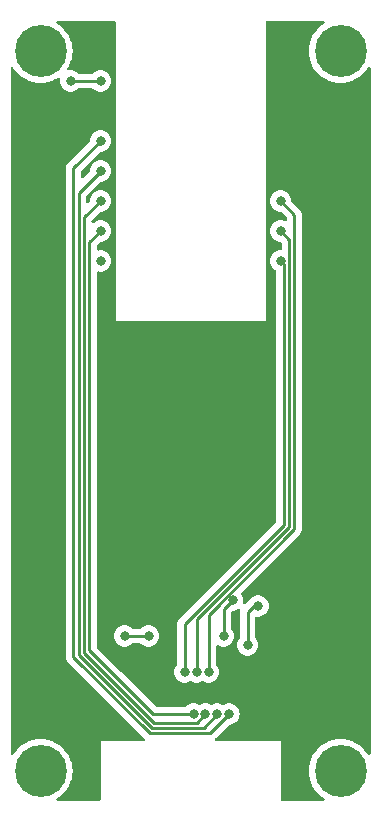
<source format=gbr>
%TF.GenerationSoftware,KiCad,Pcbnew,7.0.7*%
%TF.CreationDate,2023-08-23T10:39:31+10:00*%
%TF.ProjectId,esp32,65737033-322e-46b6-9963-61645f706362,rev?*%
%TF.SameCoordinates,Original*%
%TF.FileFunction,Copper,L2,Bot*%
%TF.FilePolarity,Positive*%
%FSLAX46Y46*%
G04 Gerber Fmt 4.6, Leading zero omitted, Abs format (unit mm)*
G04 Created by KiCad (PCBNEW 7.0.7) date 2023-08-23 10:39:31*
%MOMM*%
%LPD*%
G01*
G04 APERTURE LIST*
%TA.AperFunction,ComponentPad*%
%ADD10C,4.400000*%
%TD*%
%TA.AperFunction,ViaPad*%
%ADD11C,0.800000*%
%TD*%
%TA.AperFunction,Conductor*%
%ADD12C,0.250000*%
%TD*%
G04 APERTURE END LIST*
D10*
%TO.P,REF\u002A\u002A,1*%
%TO.N,N/C*%
X63500000Y-99060000D03*
%TD*%
%TO.P,REF\u002A\u002A,1*%
%TO.N,N/C*%
X63500000Y-38100000D03*
%TD*%
%TO.P,REF\u002A\u002A,1*%
%TO.N,N/C*%
X38100000Y-38100000D03*
%TD*%
%TO.P,REF\u002A\u002A,1*%
%TO.N,N/C*%
X38100000Y-99060000D03*
%TD*%
D11*
%TO.N,GND*%
X40640000Y-40640000D03*
X43180000Y-40640000D03*
X54356000Y-84582000D03*
X47244000Y-87630000D03*
X53594000Y-87630000D03*
X45212000Y-87630000D03*
%TO.N,+3.3V*%
X52324000Y-83058000D03*
X49276000Y-91694000D03*
X43180000Y-43180000D03*
%TO.N,21*%
X50292000Y-90678000D03*
X58420000Y-55880000D03*
%TO.N,20*%
X51308000Y-90678000D03*
X58420000Y-53340000D03*
%TO.N,10*%
X58420000Y-50800000D03*
X52324000Y-90678000D03*
%TO.N,0*%
X43180000Y-55880000D03*
%TO.N,1*%
X43180000Y-53340000D03*
X51054000Y-94234000D03*
%TO.N,2*%
X43180000Y-50800000D03*
X52053503Y-94234000D03*
%TO.N,3*%
X43180000Y-48260000D03*
X53053006Y-94234000D03*
%TO.N,4*%
X43180000Y-45720000D03*
X54052509Y-94234000D03*
%TO.N,Net-(J1-Pin_3)*%
X56516000Y-85090000D03*
X55626000Y-88392000D03*
%TD*%
D12*
%TO.N,GND*%
X43180000Y-40640000D02*
X40640000Y-40640000D01*
X53594000Y-85344000D02*
X53594000Y-87630000D01*
X54356000Y-84582000D02*
X53594000Y-85344000D01*
X47244000Y-87630000D02*
X45212000Y-87630000D01*
%TO.N,21*%
X58695000Y-56155000D02*
X58420000Y-55880000D01*
X50292000Y-86614000D02*
X58695000Y-78211000D01*
X50292000Y-90678000D02*
X50292000Y-86614000D01*
X58695000Y-78211000D02*
X58695000Y-56155000D01*
%TO.N,20*%
X59145000Y-54065000D02*
X58420000Y-53340000D01*
X59145000Y-78397396D02*
X59145000Y-54065000D01*
X51308000Y-90678000D02*
X51308000Y-86234396D01*
X51308000Y-86234396D02*
X59145000Y-78397396D01*
%TO.N,10*%
X52324000Y-85854792D02*
X59595000Y-78583792D01*
X52324000Y-90678000D02*
X52324000Y-85854792D01*
X59595000Y-78583792D02*
X59595000Y-51975000D01*
X59595000Y-51975000D02*
X58420000Y-50800000D01*
%TO.N,1*%
X51054000Y-94234000D02*
X47615695Y-94234000D01*
X47615695Y-94234000D02*
X42233000Y-88851305D01*
X42233000Y-54287000D02*
X43180000Y-53340000D01*
X42233000Y-88851305D02*
X42233000Y-54287000D01*
%TO.N,2*%
X52053503Y-94234000D02*
X52053503Y-94259802D01*
X51354305Y-94959000D02*
X47704299Y-94959000D01*
X41783000Y-52197000D02*
X43180000Y-50800000D01*
X52053503Y-94259802D02*
X51354305Y-94959000D01*
X41783000Y-89037701D02*
X41783000Y-52197000D01*
X47704299Y-94959000D02*
X41783000Y-89037701D01*
%TO.N,3*%
X41333000Y-89224097D02*
X41333000Y-50107000D01*
X41333000Y-50107000D02*
X43180000Y-48260000D01*
X53053006Y-94259802D02*
X51903808Y-95409000D01*
X47517903Y-95409000D02*
X41333000Y-89224097D01*
X51903808Y-95409000D02*
X47517903Y-95409000D01*
X53053006Y-94234000D02*
X53053006Y-94259802D01*
%TO.N,4*%
X54052509Y-94234000D02*
X54052509Y-94259802D01*
X47331507Y-95859000D02*
X40883000Y-89410493D01*
X54052509Y-94259802D02*
X52453311Y-95859000D01*
X40883000Y-89410493D02*
X40883000Y-48017000D01*
X40883000Y-48017000D02*
X43180000Y-45720000D01*
X52453311Y-95859000D02*
X47331507Y-95859000D01*
%TO.N,Net-(J1-Pin_3)*%
X56134000Y-85090000D02*
X56516000Y-85090000D01*
X55626000Y-85598000D02*
X55626000Y-88392000D01*
X55626000Y-85598000D02*
X56134000Y-85090000D01*
%TD*%
%TA.AperFunction,Conductor*%
%TO.N,+3.3V*%
G36*
X44392539Y-35580185D02*
G01*
X44438294Y-35632989D01*
X44449500Y-35684500D01*
X44449500Y-60935467D01*
X44449416Y-60935889D01*
X44449459Y-60960001D01*
X44449500Y-60960099D01*
X44449616Y-60960382D01*
X44449618Y-60960384D01*
X44449808Y-60960462D01*
X44450000Y-60960541D01*
X44450002Y-60960539D01*
X44474616Y-60960524D01*
X44474616Y-60960528D01*
X44474760Y-60960500D01*
X57125240Y-60960500D01*
X57125383Y-60960528D01*
X57125384Y-60960524D01*
X57149997Y-60960539D01*
X57150000Y-60960541D01*
X57150383Y-60960383D01*
X57150500Y-60960099D01*
X57150499Y-60960099D01*
X57150541Y-60960000D01*
X57150540Y-60959998D01*
X57156892Y-60945028D01*
X57150521Y-60924747D01*
X57150499Y-60922417D01*
X57150500Y-35684500D01*
X57170185Y-35617461D01*
X57222989Y-35571706D01*
X57274500Y-35560500D01*
X62036043Y-35560500D01*
X62103082Y-35580185D01*
X62148837Y-35632989D01*
X62158781Y-35702147D01*
X62129756Y-35765703D01*
X62100195Y-35790615D01*
X62037759Y-35828359D01*
X61963131Y-35873473D01*
X61705960Y-36074954D01*
X61474954Y-36305960D01*
X61273473Y-36563131D01*
X61104454Y-36842723D01*
X61104453Y-36842725D01*
X60970372Y-37140642D01*
X60970366Y-37140657D01*
X60873178Y-37452547D01*
X60814289Y-37773900D01*
X60794564Y-38100000D01*
X60814289Y-38426099D01*
X60873178Y-38747452D01*
X60970366Y-39059342D01*
X60970370Y-39059354D01*
X60970373Y-39059361D01*
X61104455Y-39357279D01*
X61206311Y-39525768D01*
X61273473Y-39636868D01*
X61474954Y-39894039D01*
X61705960Y-40125045D01*
X61963131Y-40326526D01*
X61963134Y-40326528D01*
X61963137Y-40326530D01*
X62242721Y-40495545D01*
X62540639Y-40629627D01*
X62540652Y-40629631D01*
X62540657Y-40629633D01*
X62852546Y-40726821D01*
X62852547Y-40726821D01*
X63173896Y-40785710D01*
X63500000Y-40805436D01*
X63826104Y-40785710D01*
X64147453Y-40726821D01*
X64459361Y-40629627D01*
X64757279Y-40495545D01*
X65036863Y-40326530D01*
X65294036Y-40125048D01*
X65525048Y-39894036D01*
X65726530Y-39636863D01*
X65809384Y-39499805D01*
X65860911Y-39452620D01*
X65929770Y-39440781D01*
X65994099Y-39468050D01*
X66033473Y-39525768D01*
X66039500Y-39563957D01*
X66039500Y-97596042D01*
X66019815Y-97663081D01*
X65967011Y-97708836D01*
X65897853Y-97718780D01*
X65834297Y-97689755D01*
X65809383Y-97660192D01*
X65793688Y-97634230D01*
X65726530Y-97523137D01*
X65525048Y-97265964D01*
X65525045Y-97265960D01*
X65294039Y-97034954D01*
X65036868Y-96833473D01*
X65029306Y-96828901D01*
X64757279Y-96664455D01*
X64459361Y-96530373D01*
X64459354Y-96530370D01*
X64459342Y-96530366D01*
X64147452Y-96433178D01*
X63826099Y-96374289D01*
X63500000Y-96354564D01*
X63173900Y-96374289D01*
X62852547Y-96433178D01*
X62540657Y-96530366D01*
X62540641Y-96530372D01*
X62540639Y-96530373D01*
X62508675Y-96544759D01*
X62242725Y-96664453D01*
X62242723Y-96664454D01*
X61963131Y-96833473D01*
X61705960Y-97034954D01*
X61474954Y-97265960D01*
X61273473Y-97523131D01*
X61104454Y-97802723D01*
X61104453Y-97802725D01*
X60970372Y-98100642D01*
X60970366Y-98100657D01*
X60873178Y-98412547D01*
X60814289Y-98733900D01*
X60794564Y-99060000D01*
X60814289Y-99386099D01*
X60873178Y-99707452D01*
X60970366Y-100019342D01*
X60970370Y-100019354D01*
X60970373Y-100019361D01*
X61104455Y-100317279D01*
X61268901Y-100589306D01*
X61273473Y-100596868D01*
X61474954Y-100854039D01*
X61705960Y-101085045D01*
X61963131Y-101286526D01*
X61963134Y-101286528D01*
X61963137Y-101286530D01*
X62100194Y-101369384D01*
X62147380Y-101420911D01*
X62159219Y-101489770D01*
X62131950Y-101554099D01*
X62074232Y-101593473D01*
X62036043Y-101599500D01*
X58544500Y-101599500D01*
X58477461Y-101579815D01*
X58431706Y-101527011D01*
X58420500Y-101475500D01*
X58420500Y-96544759D01*
X58420528Y-96544616D01*
X58420524Y-96544616D01*
X58420539Y-96520002D01*
X58420541Y-96520000D01*
X58420462Y-96519808D01*
X58420384Y-96519618D01*
X58420382Y-96519616D01*
X58420099Y-96519500D01*
X58420000Y-96519459D01*
X58395446Y-96519459D01*
X58395240Y-96519500D01*
X52982208Y-96519500D01*
X52915169Y-96499815D01*
X52869414Y-96447011D01*
X52859470Y-96377853D01*
X52886661Y-96316464D01*
X52899050Y-96301486D01*
X52914611Y-96282675D01*
X52918512Y-96278387D01*
X54026081Y-95170819D01*
X54087405Y-95137334D01*
X54113763Y-95134500D01*
X54147153Y-95134500D01*
X54147155Y-95134500D01*
X54332312Y-95095144D01*
X54505239Y-95018151D01*
X54658380Y-94906888D01*
X54785042Y-94766216D01*
X54879688Y-94602284D01*
X54938183Y-94422256D01*
X54957969Y-94234000D01*
X54938183Y-94045744D01*
X54879688Y-93865716D01*
X54785042Y-93701784D01*
X54658380Y-93561112D01*
X54658379Y-93561111D01*
X54505243Y-93449851D01*
X54505238Y-93449848D01*
X54332316Y-93372857D01*
X54332311Y-93372855D01*
X54186510Y-93341865D01*
X54147155Y-93333500D01*
X53957863Y-93333500D01*
X53925406Y-93340398D01*
X53772706Y-93372855D01*
X53772701Y-93372857D01*
X53603193Y-93448328D01*
X53533943Y-93457613D01*
X53502321Y-93448328D01*
X53332813Y-93372857D01*
X53332808Y-93372855D01*
X53187007Y-93341865D01*
X53147652Y-93333500D01*
X52958360Y-93333500D01*
X52925903Y-93340398D01*
X52773203Y-93372855D01*
X52773198Y-93372857D01*
X52603690Y-93448328D01*
X52534440Y-93457613D01*
X52502818Y-93448328D01*
X52333310Y-93372857D01*
X52333305Y-93372855D01*
X52187504Y-93341865D01*
X52148149Y-93333500D01*
X51958857Y-93333500D01*
X51926400Y-93340398D01*
X51773700Y-93372855D01*
X51773695Y-93372857D01*
X51604187Y-93448328D01*
X51534937Y-93457613D01*
X51503315Y-93448328D01*
X51333807Y-93372857D01*
X51333802Y-93372855D01*
X51188000Y-93341865D01*
X51148646Y-93333500D01*
X50959354Y-93333500D01*
X50926897Y-93340398D01*
X50774197Y-93372855D01*
X50774192Y-93372857D01*
X50601270Y-93449848D01*
X50601265Y-93449851D01*
X50448130Y-93561110D01*
X50448126Y-93561114D01*
X50442400Y-93567474D01*
X50382913Y-93604121D01*
X50350252Y-93608500D01*
X47926148Y-93608500D01*
X47859109Y-93588815D01*
X47838467Y-93572181D01*
X44944287Y-90678000D01*
X49386540Y-90678000D01*
X49406326Y-90866256D01*
X49406327Y-90866259D01*
X49464818Y-91046277D01*
X49464821Y-91046284D01*
X49559467Y-91210216D01*
X49686128Y-91350888D01*
X49686129Y-91350888D01*
X49839265Y-91462148D01*
X49839270Y-91462151D01*
X50012192Y-91539142D01*
X50012197Y-91539144D01*
X50197354Y-91578500D01*
X50197355Y-91578500D01*
X50386644Y-91578500D01*
X50386646Y-91578500D01*
X50571803Y-91539144D01*
X50744730Y-91462151D01*
X50744734Y-91462148D01*
X50749563Y-91459998D01*
X50818813Y-91450712D01*
X50850437Y-91459998D01*
X50855265Y-91462148D01*
X50855270Y-91462151D01*
X51028197Y-91539144D01*
X51213354Y-91578500D01*
X51213355Y-91578500D01*
X51402644Y-91578500D01*
X51402646Y-91578500D01*
X51587803Y-91539144D01*
X51760730Y-91462151D01*
X51760734Y-91462148D01*
X51765563Y-91459998D01*
X51834813Y-91450712D01*
X51866437Y-91459998D01*
X51871265Y-91462148D01*
X51871270Y-91462151D01*
X52044197Y-91539144D01*
X52229354Y-91578500D01*
X52229355Y-91578500D01*
X52418644Y-91578500D01*
X52418646Y-91578500D01*
X52603803Y-91539144D01*
X52776730Y-91462151D01*
X52929871Y-91350888D01*
X53056533Y-91210216D01*
X53151179Y-91046284D01*
X53209674Y-90866256D01*
X53229460Y-90678000D01*
X53209674Y-90489744D01*
X53151179Y-90309716D01*
X53056533Y-90145784D01*
X52981350Y-90062284D01*
X52951120Y-89999292D01*
X52949500Y-89979312D01*
X52949500Y-88518185D01*
X52969185Y-88451146D01*
X53021989Y-88405391D01*
X53091147Y-88395447D01*
X53134373Y-88413087D01*
X53135637Y-88410899D01*
X53141270Y-88414151D01*
X53314192Y-88491142D01*
X53314197Y-88491144D01*
X53499354Y-88530500D01*
X53499355Y-88530500D01*
X53688644Y-88530500D01*
X53688646Y-88530500D01*
X53873803Y-88491144D01*
X54046730Y-88414151D01*
X54199871Y-88302888D01*
X54326533Y-88162216D01*
X54421179Y-87998284D01*
X54479674Y-87818256D01*
X54499460Y-87630000D01*
X54479674Y-87441744D01*
X54421179Y-87261716D01*
X54326533Y-87097784D01*
X54251350Y-87014284D01*
X54221120Y-86951292D01*
X54219500Y-86931312D01*
X54219500Y-85654452D01*
X54239185Y-85587413D01*
X54255819Y-85566771D01*
X54303771Y-85518819D01*
X54365094Y-85485334D01*
X54391452Y-85482500D01*
X54450644Y-85482500D01*
X54450646Y-85482500D01*
X54635803Y-85443144D01*
X54808730Y-85366151D01*
X54814065Y-85362274D01*
X54879869Y-85338791D01*
X54947924Y-85354611D01*
X54996622Y-85404714D01*
X55010502Y-85473191D01*
X55007061Y-85493422D01*
X55000501Y-85518974D01*
X55000500Y-85518982D01*
X55000500Y-85539016D01*
X54998973Y-85558415D01*
X54995840Y-85578194D01*
X54995840Y-85578195D01*
X55000225Y-85624583D01*
X55000500Y-85630421D01*
X55000500Y-87693312D01*
X54980815Y-87760351D01*
X54968650Y-87776284D01*
X54893466Y-87859784D01*
X54798821Y-88023715D01*
X54798818Y-88023722D01*
X54753820Y-88162214D01*
X54740326Y-88203744D01*
X54720540Y-88392000D01*
X54740326Y-88580256D01*
X54740327Y-88580259D01*
X54798818Y-88760277D01*
X54798821Y-88760284D01*
X54893467Y-88924216D01*
X55020128Y-89064887D01*
X55020129Y-89064888D01*
X55173265Y-89176148D01*
X55173270Y-89176151D01*
X55346192Y-89253142D01*
X55346197Y-89253144D01*
X55531354Y-89292500D01*
X55531355Y-89292500D01*
X55720644Y-89292500D01*
X55720646Y-89292500D01*
X55905803Y-89253144D01*
X56078730Y-89176151D01*
X56231871Y-89064888D01*
X56358533Y-88924216D01*
X56453179Y-88760284D01*
X56511674Y-88580256D01*
X56531460Y-88392000D01*
X56511674Y-88203744D01*
X56453179Y-88023716D01*
X56358533Y-87859784D01*
X56321141Y-87818256D01*
X56283350Y-87776284D01*
X56253120Y-87713292D01*
X56251500Y-87693312D01*
X56251500Y-86107523D01*
X56271185Y-86040484D01*
X56323989Y-85994729D01*
X56393147Y-85984785D01*
X56401261Y-85986229D01*
X56421354Y-85990500D01*
X56421356Y-85990500D01*
X56610644Y-85990500D01*
X56610646Y-85990500D01*
X56795803Y-85951144D01*
X56968730Y-85874151D01*
X57121871Y-85762888D01*
X57248533Y-85622216D01*
X57343179Y-85458284D01*
X57401674Y-85278256D01*
X57421460Y-85090000D01*
X57401674Y-84901744D01*
X57343179Y-84721716D01*
X57248533Y-84557784D01*
X57121871Y-84417112D01*
X57089708Y-84393744D01*
X56968734Y-84305851D01*
X56968729Y-84305848D01*
X56795807Y-84228857D01*
X56795802Y-84228855D01*
X56650000Y-84197865D01*
X56610646Y-84189500D01*
X56421354Y-84189500D01*
X56388897Y-84196398D01*
X56236197Y-84228855D01*
X56236192Y-84228857D01*
X56063270Y-84305848D01*
X56063265Y-84305851D01*
X55910129Y-84417111D01*
X55783459Y-84557792D01*
X55782212Y-84559509D01*
X55780561Y-84561010D01*
X55779120Y-84562612D01*
X55778960Y-84562468D01*
X55752996Y-84586094D01*
X55753739Y-84587052D01*
X55747581Y-84591827D01*
X55733408Y-84606000D01*
X55718623Y-84618628D01*
X55702412Y-84630407D01*
X55672709Y-84666310D01*
X55668777Y-84670631D01*
X55449275Y-84890132D01*
X55387952Y-84923617D01*
X55318260Y-84918633D01*
X55262327Y-84876761D01*
X55237910Y-84811297D01*
X55242222Y-84777020D01*
X55240322Y-84776617D01*
X55241672Y-84770261D01*
X55241674Y-84770256D01*
X55261460Y-84582000D01*
X55241674Y-84393744D01*
X55183179Y-84213716D01*
X55108678Y-84084676D01*
X55092206Y-84016776D01*
X55115059Y-83950749D01*
X55128379Y-83935002D01*
X59978788Y-79084593D01*
X59991042Y-79074778D01*
X59990859Y-79074556D01*
X59996866Y-79069584D01*
X59996877Y-79069578D01*
X60027775Y-79036674D01*
X60044227Y-79019156D01*
X60054671Y-79008710D01*
X60065120Y-78998263D01*
X60069379Y-78992770D01*
X60073152Y-78988353D01*
X60105062Y-78954374D01*
X60114715Y-78936812D01*
X60125389Y-78920562D01*
X60137673Y-78904728D01*
X60156180Y-78861959D01*
X60158749Y-78856716D01*
X60181196Y-78815885D01*
X60181197Y-78815884D01*
X60186177Y-78796483D01*
X60192478Y-78778080D01*
X60200438Y-78759688D01*
X60207730Y-78713641D01*
X60208911Y-78707944D01*
X60220500Y-78662811D01*
X60220500Y-78642775D01*
X60222027Y-78623374D01*
X60225160Y-78603595D01*
X60225160Y-78603592D01*
X60224022Y-78591560D01*
X60220772Y-78557186D01*
X60220499Y-78551391D01*
X60220499Y-52057749D01*
X60222224Y-52042128D01*
X60221938Y-52042101D01*
X60222671Y-52034341D01*
X60222673Y-52034333D01*
X60220500Y-51965185D01*
X60220500Y-51935650D01*
X60219631Y-51928772D01*
X60219172Y-51922943D01*
X60217709Y-51876372D01*
X60212122Y-51857144D01*
X60208174Y-51838084D01*
X60205663Y-51818204D01*
X60188512Y-51774887D01*
X60186619Y-51769358D01*
X60173618Y-51724609D01*
X60173616Y-51724606D01*
X60163423Y-51707371D01*
X60154861Y-51689894D01*
X60147487Y-51671270D01*
X60140130Y-51661144D01*
X60120079Y-51633545D01*
X60116888Y-51628686D01*
X60093172Y-51588583D01*
X60093165Y-51588574D01*
X60079006Y-51574415D01*
X60066368Y-51559619D01*
X60054594Y-51543413D01*
X60018688Y-51513709D01*
X60014376Y-51509786D01*
X59358960Y-50854369D01*
X59325475Y-50793046D01*
X59323323Y-50779668D01*
X59305674Y-50611744D01*
X59247179Y-50431716D01*
X59152533Y-50267784D01*
X59025871Y-50127112D01*
X59025870Y-50127111D01*
X58872734Y-50015851D01*
X58872729Y-50015848D01*
X58699807Y-49938857D01*
X58699802Y-49938855D01*
X58554000Y-49907865D01*
X58514646Y-49899500D01*
X58325354Y-49899500D01*
X58292897Y-49906398D01*
X58140197Y-49938855D01*
X58140192Y-49938857D01*
X57967270Y-50015848D01*
X57967265Y-50015851D01*
X57814129Y-50127111D01*
X57687466Y-50267785D01*
X57592821Y-50431715D01*
X57592818Y-50431722D01*
X57534327Y-50611740D01*
X57534326Y-50611744D01*
X57514540Y-50800000D01*
X57534326Y-50988256D01*
X57534327Y-50988259D01*
X57592818Y-51168277D01*
X57592821Y-51168284D01*
X57687467Y-51332216D01*
X57814129Y-51472888D01*
X57967265Y-51584148D01*
X57967270Y-51584151D01*
X58140192Y-51661142D01*
X58140197Y-51661144D01*
X58325354Y-51700500D01*
X58384548Y-51700500D01*
X58451587Y-51720185D01*
X58472229Y-51736819D01*
X58933182Y-52197772D01*
X58966666Y-52259093D01*
X58969500Y-52285451D01*
X58969500Y-52407990D01*
X58949815Y-52475029D01*
X58897011Y-52520784D01*
X58827853Y-52530728D01*
X58795064Y-52521269D01*
X58699807Y-52478857D01*
X58699802Y-52478855D01*
X58554000Y-52447865D01*
X58514646Y-52439500D01*
X58325354Y-52439500D01*
X58292897Y-52446398D01*
X58140197Y-52478855D01*
X58140192Y-52478857D01*
X57967270Y-52555848D01*
X57967265Y-52555851D01*
X57814129Y-52667111D01*
X57687466Y-52807785D01*
X57592821Y-52971715D01*
X57592818Y-52971722D01*
X57534327Y-53151740D01*
X57534326Y-53151744D01*
X57514540Y-53340000D01*
X57534326Y-53528256D01*
X57534327Y-53528259D01*
X57592818Y-53708277D01*
X57592821Y-53708284D01*
X57687467Y-53872216D01*
X57814129Y-54012888D01*
X57967265Y-54124148D01*
X57967270Y-54124151D01*
X58140192Y-54201142D01*
X58140197Y-54201144D01*
X58325354Y-54240500D01*
X58384546Y-54240500D01*
X58451585Y-54260185D01*
X58472223Y-54276815D01*
X58483177Y-54287768D01*
X58516665Y-54349089D01*
X58519500Y-54375453D01*
X58519500Y-54855500D01*
X58499815Y-54922539D01*
X58447011Y-54968294D01*
X58395500Y-54979500D01*
X58325354Y-54979500D01*
X58292897Y-54986398D01*
X58140197Y-55018855D01*
X58140192Y-55018857D01*
X57967270Y-55095848D01*
X57967265Y-55095851D01*
X57814129Y-55207111D01*
X57687466Y-55347785D01*
X57592821Y-55511715D01*
X57592818Y-55511722D01*
X57534327Y-55691740D01*
X57534326Y-55691744D01*
X57514540Y-55880000D01*
X57534326Y-56068256D01*
X57534327Y-56068259D01*
X57592818Y-56248277D01*
X57592821Y-56248284D01*
X57687467Y-56412216D01*
X57814129Y-56552888D01*
X57967265Y-56664148D01*
X57967266Y-56664148D01*
X57967270Y-56664151D01*
X57995936Y-56676914D01*
X58049173Y-56722164D01*
X58069494Y-56789013D01*
X58069500Y-56790193D01*
X58069500Y-77900546D01*
X58049815Y-77967585D01*
X58033181Y-77988227D01*
X49908208Y-86113199D01*
X49895951Y-86123020D01*
X49896134Y-86123241D01*
X49890123Y-86128213D01*
X49842772Y-86178636D01*
X49821889Y-86199519D01*
X49821877Y-86199532D01*
X49817621Y-86205017D01*
X49813837Y-86209447D01*
X49781937Y-86243418D01*
X49781936Y-86243420D01*
X49772284Y-86260976D01*
X49761610Y-86277226D01*
X49749329Y-86293061D01*
X49749324Y-86293068D01*
X49730815Y-86335838D01*
X49728245Y-86341084D01*
X49705803Y-86381906D01*
X49700822Y-86401307D01*
X49694521Y-86419710D01*
X49686562Y-86438102D01*
X49686561Y-86438105D01*
X49679271Y-86484127D01*
X49678087Y-86489846D01*
X49666501Y-86534972D01*
X49666500Y-86534982D01*
X49666500Y-86555016D01*
X49664973Y-86574415D01*
X49661840Y-86594194D01*
X49661840Y-86594195D01*
X49666225Y-86640583D01*
X49666500Y-86646421D01*
X49666500Y-89979312D01*
X49646815Y-90046351D01*
X49634650Y-90062284D01*
X49559466Y-90145784D01*
X49464821Y-90309715D01*
X49464818Y-90309722D01*
X49406327Y-90489740D01*
X49406326Y-90489744D01*
X49386540Y-90678000D01*
X44944287Y-90678000D01*
X42894819Y-88628532D01*
X42861334Y-88567209D01*
X42858500Y-88540851D01*
X42858500Y-87630000D01*
X44306540Y-87630000D01*
X44326326Y-87818256D01*
X44326327Y-87818259D01*
X44384818Y-87998277D01*
X44384821Y-87998284D01*
X44479467Y-88162216D01*
X44567500Y-88259986D01*
X44606129Y-88302888D01*
X44759265Y-88414148D01*
X44759270Y-88414151D01*
X44932192Y-88491142D01*
X44932197Y-88491144D01*
X45117354Y-88530500D01*
X45117355Y-88530500D01*
X45306644Y-88530500D01*
X45306646Y-88530500D01*
X45491803Y-88491144D01*
X45664730Y-88414151D01*
X45817871Y-88302888D01*
X45820788Y-88299647D01*
X45823600Y-88296526D01*
X45883087Y-88259879D01*
X45915748Y-88255500D01*
X46540252Y-88255500D01*
X46607291Y-88275185D01*
X46632400Y-88296526D01*
X46638126Y-88302885D01*
X46638130Y-88302889D01*
X46791265Y-88414148D01*
X46791270Y-88414151D01*
X46964192Y-88491142D01*
X46964197Y-88491144D01*
X47149354Y-88530500D01*
X47149355Y-88530500D01*
X47338644Y-88530500D01*
X47338646Y-88530500D01*
X47523803Y-88491144D01*
X47696730Y-88414151D01*
X47849871Y-88302888D01*
X47976533Y-88162216D01*
X48071179Y-87998284D01*
X48129674Y-87818256D01*
X48149460Y-87630000D01*
X48129674Y-87441744D01*
X48071179Y-87261716D01*
X47976533Y-87097784D01*
X47849871Y-86957112D01*
X47849870Y-86957111D01*
X47696734Y-86845851D01*
X47696729Y-86845848D01*
X47523807Y-86768857D01*
X47523802Y-86768855D01*
X47378001Y-86737865D01*
X47338646Y-86729500D01*
X47149354Y-86729500D01*
X47116897Y-86736398D01*
X46964197Y-86768855D01*
X46964192Y-86768857D01*
X46791270Y-86845848D01*
X46791265Y-86845851D01*
X46638130Y-86957110D01*
X46638126Y-86957114D01*
X46632400Y-86963474D01*
X46572913Y-87000121D01*
X46540252Y-87004500D01*
X45915748Y-87004500D01*
X45848709Y-86984815D01*
X45823600Y-86963474D01*
X45817873Y-86957114D01*
X45817869Y-86957110D01*
X45664734Y-86845851D01*
X45664729Y-86845848D01*
X45491807Y-86768857D01*
X45491802Y-86768855D01*
X45346001Y-86737865D01*
X45306646Y-86729500D01*
X45117354Y-86729500D01*
X45084897Y-86736398D01*
X44932197Y-86768855D01*
X44932192Y-86768857D01*
X44759270Y-86845848D01*
X44759265Y-86845851D01*
X44606129Y-86957111D01*
X44479466Y-87097785D01*
X44384821Y-87261715D01*
X44384818Y-87261722D01*
X44326327Y-87441740D01*
X44326326Y-87441744D01*
X44306540Y-87630000D01*
X42858500Y-87630000D01*
X42858500Y-56885407D01*
X42878185Y-56818368D01*
X42930989Y-56772613D01*
X43000147Y-56762669D01*
X43008253Y-56764111D01*
X43085354Y-56780500D01*
X43085356Y-56780500D01*
X43274644Y-56780500D01*
X43274646Y-56780500D01*
X43459803Y-56741144D01*
X43632730Y-56664151D01*
X43785871Y-56552888D01*
X43912533Y-56412216D01*
X44007179Y-56248284D01*
X44065674Y-56068256D01*
X44085460Y-55880000D01*
X44065674Y-55691744D01*
X44007179Y-55511716D01*
X43912533Y-55347784D01*
X43785871Y-55207112D01*
X43785870Y-55207111D01*
X43632734Y-55095851D01*
X43632729Y-55095848D01*
X43459807Y-55018857D01*
X43459802Y-55018855D01*
X43314001Y-54987865D01*
X43274646Y-54979500D01*
X43085354Y-54979500D01*
X43085352Y-54979500D01*
X43008280Y-54995882D01*
X42938613Y-54990566D01*
X42882880Y-54948428D01*
X42858775Y-54882848D01*
X42858500Y-54874592D01*
X42858500Y-54597452D01*
X42878185Y-54530413D01*
X42894819Y-54509771D01*
X43127772Y-54276819D01*
X43189095Y-54243334D01*
X43215453Y-54240500D01*
X43274644Y-54240500D01*
X43274646Y-54240500D01*
X43459803Y-54201144D01*
X43632730Y-54124151D01*
X43785871Y-54012888D01*
X43912533Y-53872216D01*
X44007179Y-53708284D01*
X44065674Y-53528256D01*
X44085460Y-53340000D01*
X44065674Y-53151744D01*
X44007179Y-52971716D01*
X43912533Y-52807784D01*
X43785871Y-52667112D01*
X43785870Y-52667111D01*
X43632734Y-52555851D01*
X43632729Y-52555848D01*
X43459807Y-52478857D01*
X43459802Y-52478855D01*
X43314001Y-52447865D01*
X43274646Y-52439500D01*
X43085354Y-52439500D01*
X43052897Y-52446398D01*
X42900197Y-52478855D01*
X42900192Y-52478857D01*
X42727270Y-52555848D01*
X42727265Y-52555851D01*
X42605385Y-52644403D01*
X42539579Y-52667883D01*
X42471525Y-52652057D01*
X42422830Y-52601952D01*
X42408500Y-52544085D01*
X42408500Y-52507452D01*
X42428185Y-52440413D01*
X42444819Y-52419771D01*
X43127772Y-51736819D01*
X43189095Y-51703334D01*
X43215453Y-51700500D01*
X43274644Y-51700500D01*
X43274646Y-51700500D01*
X43459803Y-51661144D01*
X43632730Y-51584151D01*
X43785871Y-51472888D01*
X43912533Y-51332216D01*
X44007179Y-51168284D01*
X44065674Y-50988256D01*
X44085460Y-50800000D01*
X44065674Y-50611744D01*
X44007179Y-50431716D01*
X43912533Y-50267784D01*
X43785871Y-50127112D01*
X43785870Y-50127111D01*
X43632734Y-50015851D01*
X43632729Y-50015848D01*
X43459807Y-49938857D01*
X43459802Y-49938855D01*
X43314001Y-49907865D01*
X43274646Y-49899500D01*
X43085354Y-49899500D01*
X43052897Y-49906398D01*
X42900197Y-49938855D01*
X42900192Y-49938857D01*
X42727270Y-50015848D01*
X42727265Y-50015851D01*
X42574129Y-50127111D01*
X42447466Y-50267785D01*
X42352821Y-50431715D01*
X42352818Y-50431722D01*
X42294327Y-50611740D01*
X42294326Y-50611744D01*
X42276679Y-50779649D01*
X42276679Y-50779650D01*
X42250094Y-50844264D01*
X42241039Y-50854369D01*
X42170181Y-50925227D01*
X42108858Y-50958712D01*
X42039166Y-50953728D01*
X41983233Y-50911856D01*
X41958816Y-50846392D01*
X41958500Y-50837546D01*
X41958500Y-50417452D01*
X41978185Y-50350413D01*
X41994819Y-50329771D01*
X43127772Y-49196819D01*
X43189095Y-49163334D01*
X43215453Y-49160500D01*
X43274644Y-49160500D01*
X43274646Y-49160500D01*
X43459803Y-49121144D01*
X43632730Y-49044151D01*
X43785871Y-48932888D01*
X43912533Y-48792216D01*
X44007179Y-48628284D01*
X44065674Y-48448256D01*
X44085460Y-48260000D01*
X44065674Y-48071744D01*
X44007179Y-47891716D01*
X43912533Y-47727784D01*
X43785871Y-47587112D01*
X43778333Y-47581635D01*
X43632734Y-47475851D01*
X43632729Y-47475848D01*
X43459807Y-47398857D01*
X43459802Y-47398855D01*
X43314001Y-47367865D01*
X43274646Y-47359500D01*
X43085354Y-47359500D01*
X43052897Y-47366398D01*
X42900197Y-47398855D01*
X42900192Y-47398857D01*
X42727270Y-47475848D01*
X42727265Y-47475851D01*
X42574129Y-47587111D01*
X42447466Y-47727785D01*
X42352821Y-47891715D01*
X42352818Y-47891722D01*
X42318548Y-47997196D01*
X42294326Y-48071744D01*
X42276679Y-48239649D01*
X42250094Y-48304263D01*
X42241039Y-48314368D01*
X41720181Y-48835227D01*
X41658858Y-48868712D01*
X41589167Y-48863728D01*
X41533233Y-48821857D01*
X41508816Y-48756392D01*
X41508500Y-48747546D01*
X41508500Y-48327452D01*
X41528185Y-48260413D01*
X41544819Y-48239771D01*
X43127771Y-46656819D01*
X43189094Y-46623334D01*
X43215452Y-46620500D01*
X43274644Y-46620500D01*
X43274646Y-46620500D01*
X43459803Y-46581144D01*
X43632730Y-46504151D01*
X43785871Y-46392888D01*
X43912533Y-46252216D01*
X44007179Y-46088284D01*
X44065674Y-45908256D01*
X44085460Y-45720000D01*
X44065674Y-45531744D01*
X44007179Y-45351716D01*
X43912533Y-45187784D01*
X43785871Y-45047112D01*
X43785870Y-45047111D01*
X43632734Y-44935851D01*
X43632729Y-44935848D01*
X43459807Y-44858857D01*
X43459802Y-44858855D01*
X43314000Y-44827865D01*
X43274646Y-44819500D01*
X43085354Y-44819500D01*
X43052897Y-44826398D01*
X42900197Y-44858855D01*
X42900192Y-44858857D01*
X42727270Y-44935848D01*
X42727265Y-44935851D01*
X42574129Y-45047111D01*
X42447466Y-45187785D01*
X42352821Y-45351715D01*
X42352818Y-45351722D01*
X42294327Y-45531740D01*
X42294326Y-45531744D01*
X42276679Y-45699649D01*
X42250094Y-45764263D01*
X42241039Y-45774368D01*
X40499208Y-47516199D01*
X40486951Y-47526020D01*
X40487134Y-47526241D01*
X40481123Y-47531213D01*
X40433772Y-47581636D01*
X40412889Y-47602519D01*
X40412877Y-47602532D01*
X40408621Y-47608017D01*
X40404837Y-47612447D01*
X40372937Y-47646418D01*
X40372936Y-47646420D01*
X40363284Y-47663976D01*
X40352610Y-47680226D01*
X40340329Y-47696061D01*
X40340324Y-47696068D01*
X40321815Y-47738838D01*
X40319245Y-47744084D01*
X40296803Y-47784906D01*
X40291822Y-47804307D01*
X40285521Y-47822710D01*
X40277562Y-47841102D01*
X40277561Y-47841106D01*
X40270271Y-47887127D01*
X40269087Y-47892846D01*
X40257499Y-47937983D01*
X40257499Y-47958019D01*
X40255973Y-47977407D01*
X40252840Y-47997192D01*
X40252840Y-47997195D01*
X40257225Y-48043583D01*
X40257500Y-48049421D01*
X40257500Y-89327748D01*
X40255775Y-89343365D01*
X40256061Y-89343392D01*
X40255326Y-89351158D01*
X40257500Y-89420307D01*
X40257500Y-89449836D01*
X40257501Y-89449853D01*
X40258368Y-89456724D01*
X40258826Y-89462543D01*
X40260290Y-89509117D01*
X40260291Y-89509120D01*
X40265880Y-89528360D01*
X40269824Y-89547404D01*
X40272336Y-89567284D01*
X40289490Y-89610612D01*
X40291382Y-89616140D01*
X40304381Y-89660881D01*
X40314580Y-89678127D01*
X40323138Y-89695596D01*
X40330514Y-89714225D01*
X40357898Y-89751916D01*
X40361106Y-89756800D01*
X40384827Y-89796909D01*
X40384833Y-89796917D01*
X40398990Y-89811073D01*
X40411628Y-89825869D01*
X40423405Y-89842079D01*
X40423406Y-89842080D01*
X40459309Y-89871781D01*
X40463620Y-89875703D01*
X45354130Y-94766214D01*
X46830704Y-96242788D01*
X46840529Y-96255051D01*
X46840750Y-96254869D01*
X46845718Y-96260874D01*
X46892822Y-96305108D01*
X46928216Y-96365349D01*
X46925424Y-96435163D01*
X46885330Y-96492384D01*
X46820665Y-96518845D01*
X46807938Y-96519500D01*
X43204760Y-96519500D01*
X43204554Y-96519459D01*
X43180000Y-96519459D01*
X43179901Y-96519500D01*
X43179617Y-96519616D01*
X43179615Y-96519618D01*
X43179459Y-96519999D01*
X43179476Y-96544616D01*
X43179471Y-96544616D01*
X43179500Y-96544759D01*
X43179500Y-101475500D01*
X43159815Y-101542539D01*
X43107011Y-101588294D01*
X43055500Y-101599500D01*
X39563957Y-101599500D01*
X39496918Y-101579815D01*
X39451163Y-101527011D01*
X39441219Y-101457853D01*
X39470244Y-101394297D01*
X39499804Y-101369384D01*
X39636863Y-101286530D01*
X39894036Y-101085048D01*
X40125048Y-100854036D01*
X40326530Y-100596863D01*
X40495545Y-100317279D01*
X40629627Y-100019361D01*
X40726821Y-99707453D01*
X40785710Y-99386104D01*
X40805436Y-99060000D01*
X40785710Y-98733896D01*
X40726821Y-98412547D01*
X40629627Y-98100639D01*
X40495545Y-97802721D01*
X40326530Y-97523137D01*
X40326528Y-97523134D01*
X40326526Y-97523131D01*
X40125045Y-97265960D01*
X39894039Y-97034954D01*
X39636868Y-96833473D01*
X39629306Y-96828901D01*
X39357279Y-96664455D01*
X39059361Y-96530373D01*
X39059354Y-96530370D01*
X39059342Y-96530366D01*
X38747452Y-96433178D01*
X38426099Y-96374289D01*
X38100000Y-96354564D01*
X37773900Y-96374289D01*
X37452547Y-96433178D01*
X37140657Y-96530366D01*
X37140641Y-96530372D01*
X37140639Y-96530373D01*
X37108675Y-96544759D01*
X36842725Y-96664453D01*
X36842723Y-96664454D01*
X36563131Y-96833473D01*
X36305960Y-97034954D01*
X36074954Y-97265960D01*
X35873473Y-97523132D01*
X35790617Y-97660192D01*
X35739089Y-97707380D01*
X35670229Y-97719218D01*
X35605901Y-97691949D01*
X35566527Y-97634230D01*
X35560500Y-97596042D01*
X35560500Y-39563957D01*
X35580185Y-39496918D01*
X35632989Y-39451163D01*
X35702147Y-39441219D01*
X35765703Y-39470244D01*
X35790615Y-39499804D01*
X35806311Y-39525768D01*
X35873473Y-39636868D01*
X36074954Y-39894039D01*
X36305960Y-40125045D01*
X36563131Y-40326526D01*
X36563134Y-40326528D01*
X36563137Y-40326530D01*
X36842721Y-40495545D01*
X37140639Y-40629627D01*
X37140652Y-40629631D01*
X37140657Y-40629633D01*
X37452546Y-40726821D01*
X37452547Y-40726821D01*
X37773896Y-40785710D01*
X38100000Y-40805436D01*
X38426104Y-40785710D01*
X38747453Y-40726821D01*
X39059361Y-40629627D01*
X39357279Y-40495545D01*
X39562798Y-40371303D01*
X39630348Y-40353469D01*
X39696822Y-40374986D01*
X39741110Y-40429027D01*
X39750265Y-40490383D01*
X39735630Y-40629633D01*
X39734540Y-40640000D01*
X39754326Y-40828256D01*
X39754327Y-40828259D01*
X39812818Y-41008277D01*
X39812821Y-41008284D01*
X39907467Y-41172216D01*
X40009185Y-41285185D01*
X40034129Y-41312888D01*
X40187265Y-41424148D01*
X40187270Y-41424151D01*
X40360192Y-41501142D01*
X40360197Y-41501144D01*
X40545354Y-41540500D01*
X40545355Y-41540500D01*
X40734644Y-41540500D01*
X40734646Y-41540500D01*
X40919803Y-41501144D01*
X41092730Y-41424151D01*
X41245871Y-41312888D01*
X41248788Y-41309647D01*
X41251600Y-41306526D01*
X41311087Y-41269879D01*
X41343748Y-41265500D01*
X42476252Y-41265500D01*
X42543291Y-41285185D01*
X42568400Y-41306526D01*
X42574126Y-41312885D01*
X42574130Y-41312889D01*
X42727265Y-41424148D01*
X42727270Y-41424151D01*
X42900192Y-41501142D01*
X42900197Y-41501144D01*
X43085354Y-41540500D01*
X43085355Y-41540500D01*
X43274644Y-41540500D01*
X43274646Y-41540500D01*
X43459803Y-41501144D01*
X43632730Y-41424151D01*
X43785871Y-41312888D01*
X43912533Y-41172216D01*
X44007179Y-41008284D01*
X44065674Y-40828256D01*
X44085460Y-40640000D01*
X44065674Y-40451744D01*
X44007179Y-40271716D01*
X43912533Y-40107784D01*
X43785871Y-39967112D01*
X43785870Y-39967111D01*
X43632734Y-39855851D01*
X43632729Y-39855848D01*
X43459807Y-39778857D01*
X43459802Y-39778855D01*
X43314000Y-39747865D01*
X43274646Y-39739500D01*
X43085354Y-39739500D01*
X43052897Y-39746398D01*
X42900197Y-39778855D01*
X42900192Y-39778857D01*
X42727270Y-39855848D01*
X42727265Y-39855851D01*
X42574130Y-39967110D01*
X42574126Y-39967114D01*
X42568400Y-39973474D01*
X42508913Y-40010121D01*
X42476252Y-40014500D01*
X41343748Y-40014500D01*
X41276709Y-39994815D01*
X41251600Y-39973474D01*
X41245873Y-39967114D01*
X41245869Y-39967110D01*
X41092734Y-39855851D01*
X41092729Y-39855848D01*
X40919807Y-39778857D01*
X40919802Y-39778855D01*
X40774000Y-39747865D01*
X40734646Y-39739500D01*
X40545354Y-39739500D01*
X40503045Y-39748493D01*
X40433378Y-39743175D01*
X40377645Y-39701037D01*
X40353541Y-39635457D01*
X40368719Y-39567256D01*
X40371117Y-39563107D01*
X40495545Y-39357279D01*
X40629627Y-39059361D01*
X40726821Y-38747453D01*
X40785710Y-38426104D01*
X40805436Y-38100000D01*
X40785710Y-37773896D01*
X40726821Y-37452547D01*
X40629627Y-37140639D01*
X40495545Y-36842721D01*
X40326530Y-36563137D01*
X40326528Y-36563134D01*
X40326526Y-36563131D01*
X40125045Y-36305960D01*
X39894039Y-36074954D01*
X39636868Y-35873473D01*
X39631204Y-35870049D01*
X39499805Y-35790615D01*
X39452620Y-35739089D01*
X39440781Y-35670230D01*
X39468050Y-35605901D01*
X39525768Y-35566527D01*
X39563957Y-35560500D01*
X44325500Y-35560500D01*
X44392539Y-35580185D01*
G37*
%TD.AperFunction*%
%TD*%
M02*

</source>
